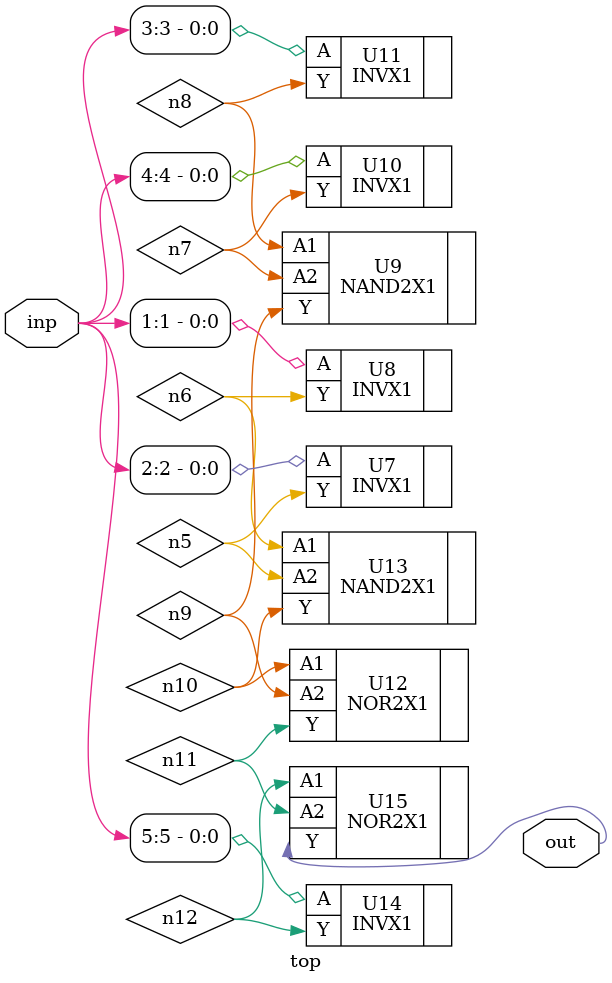
<source format=sv>


module top ( inp, out );
  input [5:0] inp;
  output out;
  wire   n5, n6, n7, n8, n9, n10, n11, n12;

  INVX1 U7 ( .A(inp[2]), .Y(n5) );
  INVX1 U8 ( .A(inp[1]), .Y(n6) );
  NAND2X1 U9 ( .A1(n8), .A2(n7), .Y(n9) );
  INVX1 U10 ( .A(inp[4]), .Y(n7) );
  INVX1 U11 ( .A(inp[3]), .Y(n8) );
  NOR2X1 U12 ( .A1(n10), .A2(n9), .Y(n11) );
  NAND2X1 U13 ( .A1(n6), .A2(n5), .Y(n10) );
  INVX1 U14 ( .A(inp[5]), .Y(n12) );
  NOR2X1 U15 ( .A1(n12), .A2(n11), .Y(out) );
endmodule


</source>
